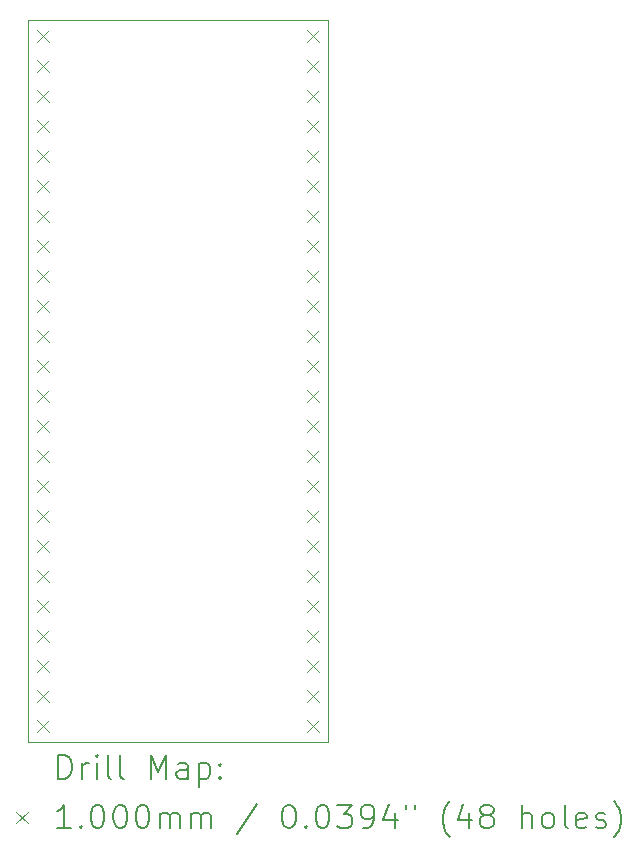
<source format=gbr>
%TF.GenerationSoftware,KiCad,Pcbnew,9.0.6*%
%TF.CreationDate,2026-01-08T14:50:16-06:00*%
%TF.ProjectId,QFP-48_7x7_P0.5,5146502d-3438-45f3-9778-375f50302e35,rev?*%
%TF.SameCoordinates,Original*%
%TF.FileFunction,Drillmap*%
%TF.FilePolarity,Positive*%
%FSLAX45Y45*%
G04 Gerber Fmt 4.5, Leading zero omitted, Abs format (unit mm)*
G04 Created by KiCad (PCBNEW 9.0.6) date 2026-01-08 14:50:16*
%MOMM*%
%LPD*%
G01*
G04 APERTURE LIST*
%ADD10C,0.050000*%
%ADD11C,0.200000*%
%ADD12C,0.100000*%
G04 APERTURE END LIST*
D10*
X12573000Y-9004300D02*
X15113000Y-9004300D01*
X15113000Y-15113000D01*
X12573000Y-15113000D01*
X12573000Y-9004300D01*
D11*
D12*
X12650000Y-9089214D02*
X12750000Y-9189214D01*
X12750000Y-9089214D02*
X12650000Y-9189214D01*
X12650000Y-9343214D02*
X12750000Y-9443214D01*
X12750000Y-9343214D02*
X12650000Y-9443214D01*
X12650000Y-9597214D02*
X12750000Y-9697214D01*
X12750000Y-9597214D02*
X12650000Y-9697214D01*
X12650000Y-9851214D02*
X12750000Y-9951214D01*
X12750000Y-9851214D02*
X12650000Y-9951214D01*
X12650000Y-10105214D02*
X12750000Y-10205214D01*
X12750000Y-10105214D02*
X12650000Y-10205214D01*
X12650000Y-10359214D02*
X12750000Y-10459214D01*
X12750000Y-10359214D02*
X12650000Y-10459214D01*
X12650000Y-10613214D02*
X12750000Y-10713214D01*
X12750000Y-10613214D02*
X12650000Y-10713214D01*
X12650000Y-10867214D02*
X12750000Y-10967214D01*
X12750000Y-10867214D02*
X12650000Y-10967214D01*
X12650000Y-11121214D02*
X12750000Y-11221214D01*
X12750000Y-11121214D02*
X12650000Y-11221214D01*
X12650000Y-11375214D02*
X12750000Y-11475214D01*
X12750000Y-11375214D02*
X12650000Y-11475214D01*
X12650000Y-11629214D02*
X12750000Y-11729214D01*
X12750000Y-11629214D02*
X12650000Y-11729214D01*
X12650000Y-11883214D02*
X12750000Y-11983214D01*
X12750000Y-11883214D02*
X12650000Y-11983214D01*
X12650000Y-12137214D02*
X12750000Y-12237214D01*
X12750000Y-12137214D02*
X12650000Y-12237214D01*
X12650000Y-12391214D02*
X12750000Y-12491214D01*
X12750000Y-12391214D02*
X12650000Y-12491214D01*
X12650000Y-12645214D02*
X12750000Y-12745214D01*
X12750000Y-12645214D02*
X12650000Y-12745214D01*
X12650000Y-12899214D02*
X12750000Y-12999214D01*
X12750000Y-12899214D02*
X12650000Y-12999214D01*
X12650000Y-13153214D02*
X12750000Y-13253214D01*
X12750000Y-13153214D02*
X12650000Y-13253214D01*
X12650000Y-13407214D02*
X12750000Y-13507214D01*
X12750000Y-13407214D02*
X12650000Y-13507214D01*
X12650000Y-13661214D02*
X12750000Y-13761214D01*
X12750000Y-13661214D02*
X12650000Y-13761214D01*
X12650000Y-13915214D02*
X12750000Y-14015214D01*
X12750000Y-13915214D02*
X12650000Y-14015214D01*
X12650000Y-14169214D02*
X12750000Y-14269214D01*
X12750000Y-14169214D02*
X12650000Y-14269214D01*
X12650000Y-14423214D02*
X12750000Y-14523214D01*
X12750000Y-14423214D02*
X12650000Y-14523214D01*
X12650000Y-14677214D02*
X12750000Y-14777214D01*
X12750000Y-14677214D02*
X12650000Y-14777214D01*
X12650000Y-14931214D02*
X12750000Y-15031214D01*
X12750000Y-14931214D02*
X12650000Y-15031214D01*
X14936000Y-9089214D02*
X15036000Y-9189214D01*
X15036000Y-9089214D02*
X14936000Y-9189214D01*
X14936000Y-9343214D02*
X15036000Y-9443214D01*
X15036000Y-9343214D02*
X14936000Y-9443214D01*
X14936000Y-9597214D02*
X15036000Y-9697214D01*
X15036000Y-9597214D02*
X14936000Y-9697214D01*
X14936000Y-9851214D02*
X15036000Y-9951214D01*
X15036000Y-9851214D02*
X14936000Y-9951214D01*
X14936000Y-10105214D02*
X15036000Y-10205214D01*
X15036000Y-10105214D02*
X14936000Y-10205214D01*
X14936000Y-10359214D02*
X15036000Y-10459214D01*
X15036000Y-10359214D02*
X14936000Y-10459214D01*
X14936000Y-10613214D02*
X15036000Y-10713214D01*
X15036000Y-10613214D02*
X14936000Y-10713214D01*
X14936000Y-10867214D02*
X15036000Y-10967214D01*
X15036000Y-10867214D02*
X14936000Y-10967214D01*
X14936000Y-11121214D02*
X15036000Y-11221214D01*
X15036000Y-11121214D02*
X14936000Y-11221214D01*
X14936000Y-11375214D02*
X15036000Y-11475214D01*
X15036000Y-11375214D02*
X14936000Y-11475214D01*
X14936000Y-11629214D02*
X15036000Y-11729214D01*
X15036000Y-11629214D02*
X14936000Y-11729214D01*
X14936000Y-11883214D02*
X15036000Y-11983214D01*
X15036000Y-11883214D02*
X14936000Y-11983214D01*
X14936000Y-12137214D02*
X15036000Y-12237214D01*
X15036000Y-12137214D02*
X14936000Y-12237214D01*
X14936000Y-12391214D02*
X15036000Y-12491214D01*
X15036000Y-12391214D02*
X14936000Y-12491214D01*
X14936000Y-12645214D02*
X15036000Y-12745214D01*
X15036000Y-12645214D02*
X14936000Y-12745214D01*
X14936000Y-12899214D02*
X15036000Y-12999214D01*
X15036000Y-12899214D02*
X14936000Y-12999214D01*
X14936000Y-13153214D02*
X15036000Y-13253214D01*
X15036000Y-13153214D02*
X14936000Y-13253214D01*
X14936000Y-13407214D02*
X15036000Y-13507214D01*
X15036000Y-13407214D02*
X14936000Y-13507214D01*
X14936000Y-13661214D02*
X15036000Y-13761214D01*
X15036000Y-13661214D02*
X14936000Y-13761214D01*
X14936000Y-13915214D02*
X15036000Y-14015214D01*
X15036000Y-13915214D02*
X14936000Y-14015214D01*
X14936000Y-14169214D02*
X15036000Y-14269214D01*
X15036000Y-14169214D02*
X14936000Y-14269214D01*
X14936000Y-14423214D02*
X15036000Y-14523214D01*
X15036000Y-14423214D02*
X14936000Y-14523214D01*
X14936000Y-14677214D02*
X15036000Y-14777214D01*
X15036000Y-14677214D02*
X14936000Y-14777214D01*
X14936000Y-14931214D02*
X15036000Y-15031214D01*
X15036000Y-14931214D02*
X14936000Y-15031214D01*
D11*
X12831277Y-15426984D02*
X12831277Y-15226984D01*
X12831277Y-15226984D02*
X12878896Y-15226984D01*
X12878896Y-15226984D02*
X12907467Y-15236508D01*
X12907467Y-15236508D02*
X12926515Y-15255555D01*
X12926515Y-15255555D02*
X12936039Y-15274603D01*
X12936039Y-15274603D02*
X12945562Y-15312698D01*
X12945562Y-15312698D02*
X12945562Y-15341269D01*
X12945562Y-15341269D02*
X12936039Y-15379365D01*
X12936039Y-15379365D02*
X12926515Y-15398412D01*
X12926515Y-15398412D02*
X12907467Y-15417460D01*
X12907467Y-15417460D02*
X12878896Y-15426984D01*
X12878896Y-15426984D02*
X12831277Y-15426984D01*
X13031277Y-15426984D02*
X13031277Y-15293650D01*
X13031277Y-15331746D02*
X13040801Y-15312698D01*
X13040801Y-15312698D02*
X13050324Y-15303174D01*
X13050324Y-15303174D02*
X13069372Y-15293650D01*
X13069372Y-15293650D02*
X13088420Y-15293650D01*
X13155086Y-15426984D02*
X13155086Y-15293650D01*
X13155086Y-15226984D02*
X13145562Y-15236508D01*
X13145562Y-15236508D02*
X13155086Y-15246031D01*
X13155086Y-15246031D02*
X13164610Y-15236508D01*
X13164610Y-15236508D02*
X13155086Y-15226984D01*
X13155086Y-15226984D02*
X13155086Y-15246031D01*
X13278896Y-15426984D02*
X13259848Y-15417460D01*
X13259848Y-15417460D02*
X13250324Y-15398412D01*
X13250324Y-15398412D02*
X13250324Y-15226984D01*
X13383658Y-15426984D02*
X13364610Y-15417460D01*
X13364610Y-15417460D02*
X13355086Y-15398412D01*
X13355086Y-15398412D02*
X13355086Y-15226984D01*
X13612229Y-15426984D02*
X13612229Y-15226984D01*
X13612229Y-15226984D02*
X13678896Y-15369841D01*
X13678896Y-15369841D02*
X13745562Y-15226984D01*
X13745562Y-15226984D02*
X13745562Y-15426984D01*
X13926515Y-15426984D02*
X13926515Y-15322222D01*
X13926515Y-15322222D02*
X13916991Y-15303174D01*
X13916991Y-15303174D02*
X13897943Y-15293650D01*
X13897943Y-15293650D02*
X13859848Y-15293650D01*
X13859848Y-15293650D02*
X13840801Y-15303174D01*
X13926515Y-15417460D02*
X13907467Y-15426984D01*
X13907467Y-15426984D02*
X13859848Y-15426984D01*
X13859848Y-15426984D02*
X13840801Y-15417460D01*
X13840801Y-15417460D02*
X13831277Y-15398412D01*
X13831277Y-15398412D02*
X13831277Y-15379365D01*
X13831277Y-15379365D02*
X13840801Y-15360317D01*
X13840801Y-15360317D02*
X13859848Y-15350793D01*
X13859848Y-15350793D02*
X13907467Y-15350793D01*
X13907467Y-15350793D02*
X13926515Y-15341269D01*
X14021753Y-15293650D02*
X14021753Y-15493650D01*
X14021753Y-15303174D02*
X14040801Y-15293650D01*
X14040801Y-15293650D02*
X14078896Y-15293650D01*
X14078896Y-15293650D02*
X14097943Y-15303174D01*
X14097943Y-15303174D02*
X14107467Y-15312698D01*
X14107467Y-15312698D02*
X14116991Y-15331746D01*
X14116991Y-15331746D02*
X14116991Y-15388888D01*
X14116991Y-15388888D02*
X14107467Y-15407936D01*
X14107467Y-15407936D02*
X14097943Y-15417460D01*
X14097943Y-15417460D02*
X14078896Y-15426984D01*
X14078896Y-15426984D02*
X14040801Y-15426984D01*
X14040801Y-15426984D02*
X14021753Y-15417460D01*
X14202705Y-15407936D02*
X14212229Y-15417460D01*
X14212229Y-15417460D02*
X14202705Y-15426984D01*
X14202705Y-15426984D02*
X14193182Y-15417460D01*
X14193182Y-15417460D02*
X14202705Y-15407936D01*
X14202705Y-15407936D02*
X14202705Y-15426984D01*
X14202705Y-15303174D02*
X14212229Y-15312698D01*
X14212229Y-15312698D02*
X14202705Y-15322222D01*
X14202705Y-15322222D02*
X14193182Y-15312698D01*
X14193182Y-15312698D02*
X14202705Y-15303174D01*
X14202705Y-15303174D02*
X14202705Y-15322222D01*
D12*
X12470500Y-15705500D02*
X12570500Y-15805500D01*
X12570500Y-15705500D02*
X12470500Y-15805500D01*
D11*
X12936039Y-15846984D02*
X12821753Y-15846984D01*
X12878896Y-15846984D02*
X12878896Y-15646984D01*
X12878896Y-15646984D02*
X12859848Y-15675555D01*
X12859848Y-15675555D02*
X12840801Y-15694603D01*
X12840801Y-15694603D02*
X12821753Y-15704127D01*
X13021753Y-15827936D02*
X13031277Y-15837460D01*
X13031277Y-15837460D02*
X13021753Y-15846984D01*
X13021753Y-15846984D02*
X13012229Y-15837460D01*
X13012229Y-15837460D02*
X13021753Y-15827936D01*
X13021753Y-15827936D02*
X13021753Y-15846984D01*
X13155086Y-15646984D02*
X13174134Y-15646984D01*
X13174134Y-15646984D02*
X13193182Y-15656508D01*
X13193182Y-15656508D02*
X13202705Y-15666031D01*
X13202705Y-15666031D02*
X13212229Y-15685079D01*
X13212229Y-15685079D02*
X13221753Y-15723174D01*
X13221753Y-15723174D02*
X13221753Y-15770793D01*
X13221753Y-15770793D02*
X13212229Y-15808888D01*
X13212229Y-15808888D02*
X13202705Y-15827936D01*
X13202705Y-15827936D02*
X13193182Y-15837460D01*
X13193182Y-15837460D02*
X13174134Y-15846984D01*
X13174134Y-15846984D02*
X13155086Y-15846984D01*
X13155086Y-15846984D02*
X13136039Y-15837460D01*
X13136039Y-15837460D02*
X13126515Y-15827936D01*
X13126515Y-15827936D02*
X13116991Y-15808888D01*
X13116991Y-15808888D02*
X13107467Y-15770793D01*
X13107467Y-15770793D02*
X13107467Y-15723174D01*
X13107467Y-15723174D02*
X13116991Y-15685079D01*
X13116991Y-15685079D02*
X13126515Y-15666031D01*
X13126515Y-15666031D02*
X13136039Y-15656508D01*
X13136039Y-15656508D02*
X13155086Y-15646984D01*
X13345562Y-15646984D02*
X13364610Y-15646984D01*
X13364610Y-15646984D02*
X13383658Y-15656508D01*
X13383658Y-15656508D02*
X13393182Y-15666031D01*
X13393182Y-15666031D02*
X13402705Y-15685079D01*
X13402705Y-15685079D02*
X13412229Y-15723174D01*
X13412229Y-15723174D02*
X13412229Y-15770793D01*
X13412229Y-15770793D02*
X13402705Y-15808888D01*
X13402705Y-15808888D02*
X13393182Y-15827936D01*
X13393182Y-15827936D02*
X13383658Y-15837460D01*
X13383658Y-15837460D02*
X13364610Y-15846984D01*
X13364610Y-15846984D02*
X13345562Y-15846984D01*
X13345562Y-15846984D02*
X13326515Y-15837460D01*
X13326515Y-15837460D02*
X13316991Y-15827936D01*
X13316991Y-15827936D02*
X13307467Y-15808888D01*
X13307467Y-15808888D02*
X13297943Y-15770793D01*
X13297943Y-15770793D02*
X13297943Y-15723174D01*
X13297943Y-15723174D02*
X13307467Y-15685079D01*
X13307467Y-15685079D02*
X13316991Y-15666031D01*
X13316991Y-15666031D02*
X13326515Y-15656508D01*
X13326515Y-15656508D02*
X13345562Y-15646984D01*
X13536039Y-15646984D02*
X13555086Y-15646984D01*
X13555086Y-15646984D02*
X13574134Y-15656508D01*
X13574134Y-15656508D02*
X13583658Y-15666031D01*
X13583658Y-15666031D02*
X13593182Y-15685079D01*
X13593182Y-15685079D02*
X13602705Y-15723174D01*
X13602705Y-15723174D02*
X13602705Y-15770793D01*
X13602705Y-15770793D02*
X13593182Y-15808888D01*
X13593182Y-15808888D02*
X13583658Y-15827936D01*
X13583658Y-15827936D02*
X13574134Y-15837460D01*
X13574134Y-15837460D02*
X13555086Y-15846984D01*
X13555086Y-15846984D02*
X13536039Y-15846984D01*
X13536039Y-15846984D02*
X13516991Y-15837460D01*
X13516991Y-15837460D02*
X13507467Y-15827936D01*
X13507467Y-15827936D02*
X13497943Y-15808888D01*
X13497943Y-15808888D02*
X13488420Y-15770793D01*
X13488420Y-15770793D02*
X13488420Y-15723174D01*
X13488420Y-15723174D02*
X13497943Y-15685079D01*
X13497943Y-15685079D02*
X13507467Y-15666031D01*
X13507467Y-15666031D02*
X13516991Y-15656508D01*
X13516991Y-15656508D02*
X13536039Y-15646984D01*
X13688420Y-15846984D02*
X13688420Y-15713650D01*
X13688420Y-15732698D02*
X13697943Y-15723174D01*
X13697943Y-15723174D02*
X13716991Y-15713650D01*
X13716991Y-15713650D02*
X13745563Y-15713650D01*
X13745563Y-15713650D02*
X13764610Y-15723174D01*
X13764610Y-15723174D02*
X13774134Y-15742222D01*
X13774134Y-15742222D02*
X13774134Y-15846984D01*
X13774134Y-15742222D02*
X13783658Y-15723174D01*
X13783658Y-15723174D02*
X13802705Y-15713650D01*
X13802705Y-15713650D02*
X13831277Y-15713650D01*
X13831277Y-15713650D02*
X13850324Y-15723174D01*
X13850324Y-15723174D02*
X13859848Y-15742222D01*
X13859848Y-15742222D02*
X13859848Y-15846984D01*
X13955086Y-15846984D02*
X13955086Y-15713650D01*
X13955086Y-15732698D02*
X13964610Y-15723174D01*
X13964610Y-15723174D02*
X13983658Y-15713650D01*
X13983658Y-15713650D02*
X14012229Y-15713650D01*
X14012229Y-15713650D02*
X14031277Y-15723174D01*
X14031277Y-15723174D02*
X14040801Y-15742222D01*
X14040801Y-15742222D02*
X14040801Y-15846984D01*
X14040801Y-15742222D02*
X14050324Y-15723174D01*
X14050324Y-15723174D02*
X14069372Y-15713650D01*
X14069372Y-15713650D02*
X14097943Y-15713650D01*
X14097943Y-15713650D02*
X14116991Y-15723174D01*
X14116991Y-15723174D02*
X14126515Y-15742222D01*
X14126515Y-15742222D02*
X14126515Y-15846984D01*
X14516991Y-15637460D02*
X14345563Y-15894603D01*
X14774134Y-15646984D02*
X14793182Y-15646984D01*
X14793182Y-15646984D02*
X14812229Y-15656508D01*
X14812229Y-15656508D02*
X14821753Y-15666031D01*
X14821753Y-15666031D02*
X14831277Y-15685079D01*
X14831277Y-15685079D02*
X14840801Y-15723174D01*
X14840801Y-15723174D02*
X14840801Y-15770793D01*
X14840801Y-15770793D02*
X14831277Y-15808888D01*
X14831277Y-15808888D02*
X14821753Y-15827936D01*
X14821753Y-15827936D02*
X14812229Y-15837460D01*
X14812229Y-15837460D02*
X14793182Y-15846984D01*
X14793182Y-15846984D02*
X14774134Y-15846984D01*
X14774134Y-15846984D02*
X14755086Y-15837460D01*
X14755086Y-15837460D02*
X14745563Y-15827936D01*
X14745563Y-15827936D02*
X14736039Y-15808888D01*
X14736039Y-15808888D02*
X14726515Y-15770793D01*
X14726515Y-15770793D02*
X14726515Y-15723174D01*
X14726515Y-15723174D02*
X14736039Y-15685079D01*
X14736039Y-15685079D02*
X14745563Y-15666031D01*
X14745563Y-15666031D02*
X14755086Y-15656508D01*
X14755086Y-15656508D02*
X14774134Y-15646984D01*
X14926515Y-15827936D02*
X14936039Y-15837460D01*
X14936039Y-15837460D02*
X14926515Y-15846984D01*
X14926515Y-15846984D02*
X14916991Y-15837460D01*
X14916991Y-15837460D02*
X14926515Y-15827936D01*
X14926515Y-15827936D02*
X14926515Y-15846984D01*
X15059848Y-15646984D02*
X15078896Y-15646984D01*
X15078896Y-15646984D02*
X15097944Y-15656508D01*
X15097944Y-15656508D02*
X15107467Y-15666031D01*
X15107467Y-15666031D02*
X15116991Y-15685079D01*
X15116991Y-15685079D02*
X15126515Y-15723174D01*
X15126515Y-15723174D02*
X15126515Y-15770793D01*
X15126515Y-15770793D02*
X15116991Y-15808888D01*
X15116991Y-15808888D02*
X15107467Y-15827936D01*
X15107467Y-15827936D02*
X15097944Y-15837460D01*
X15097944Y-15837460D02*
X15078896Y-15846984D01*
X15078896Y-15846984D02*
X15059848Y-15846984D01*
X15059848Y-15846984D02*
X15040801Y-15837460D01*
X15040801Y-15837460D02*
X15031277Y-15827936D01*
X15031277Y-15827936D02*
X15021753Y-15808888D01*
X15021753Y-15808888D02*
X15012229Y-15770793D01*
X15012229Y-15770793D02*
X15012229Y-15723174D01*
X15012229Y-15723174D02*
X15021753Y-15685079D01*
X15021753Y-15685079D02*
X15031277Y-15666031D01*
X15031277Y-15666031D02*
X15040801Y-15656508D01*
X15040801Y-15656508D02*
X15059848Y-15646984D01*
X15193182Y-15646984D02*
X15316991Y-15646984D01*
X15316991Y-15646984D02*
X15250325Y-15723174D01*
X15250325Y-15723174D02*
X15278896Y-15723174D01*
X15278896Y-15723174D02*
X15297944Y-15732698D01*
X15297944Y-15732698D02*
X15307467Y-15742222D01*
X15307467Y-15742222D02*
X15316991Y-15761269D01*
X15316991Y-15761269D02*
X15316991Y-15808888D01*
X15316991Y-15808888D02*
X15307467Y-15827936D01*
X15307467Y-15827936D02*
X15297944Y-15837460D01*
X15297944Y-15837460D02*
X15278896Y-15846984D01*
X15278896Y-15846984D02*
X15221753Y-15846984D01*
X15221753Y-15846984D02*
X15202706Y-15837460D01*
X15202706Y-15837460D02*
X15193182Y-15827936D01*
X15412229Y-15846984D02*
X15450325Y-15846984D01*
X15450325Y-15846984D02*
X15469372Y-15837460D01*
X15469372Y-15837460D02*
X15478896Y-15827936D01*
X15478896Y-15827936D02*
X15497944Y-15799365D01*
X15497944Y-15799365D02*
X15507467Y-15761269D01*
X15507467Y-15761269D02*
X15507467Y-15685079D01*
X15507467Y-15685079D02*
X15497944Y-15666031D01*
X15497944Y-15666031D02*
X15488420Y-15656508D01*
X15488420Y-15656508D02*
X15469372Y-15646984D01*
X15469372Y-15646984D02*
X15431277Y-15646984D01*
X15431277Y-15646984D02*
X15412229Y-15656508D01*
X15412229Y-15656508D02*
X15402706Y-15666031D01*
X15402706Y-15666031D02*
X15393182Y-15685079D01*
X15393182Y-15685079D02*
X15393182Y-15732698D01*
X15393182Y-15732698D02*
X15402706Y-15751746D01*
X15402706Y-15751746D02*
X15412229Y-15761269D01*
X15412229Y-15761269D02*
X15431277Y-15770793D01*
X15431277Y-15770793D02*
X15469372Y-15770793D01*
X15469372Y-15770793D02*
X15488420Y-15761269D01*
X15488420Y-15761269D02*
X15497944Y-15751746D01*
X15497944Y-15751746D02*
X15507467Y-15732698D01*
X15678896Y-15713650D02*
X15678896Y-15846984D01*
X15631277Y-15637460D02*
X15583658Y-15780317D01*
X15583658Y-15780317D02*
X15707467Y-15780317D01*
X15774134Y-15646984D02*
X15774134Y-15685079D01*
X15850325Y-15646984D02*
X15850325Y-15685079D01*
X16145563Y-15923174D02*
X16136039Y-15913650D01*
X16136039Y-15913650D02*
X16116991Y-15885079D01*
X16116991Y-15885079D02*
X16107468Y-15866031D01*
X16107468Y-15866031D02*
X16097944Y-15837460D01*
X16097944Y-15837460D02*
X16088420Y-15789841D01*
X16088420Y-15789841D02*
X16088420Y-15751746D01*
X16088420Y-15751746D02*
X16097944Y-15704127D01*
X16097944Y-15704127D02*
X16107468Y-15675555D01*
X16107468Y-15675555D02*
X16116991Y-15656508D01*
X16116991Y-15656508D02*
X16136039Y-15627936D01*
X16136039Y-15627936D02*
X16145563Y-15618412D01*
X16307468Y-15713650D02*
X16307468Y-15846984D01*
X16259848Y-15637460D02*
X16212229Y-15780317D01*
X16212229Y-15780317D02*
X16336039Y-15780317D01*
X16440801Y-15732698D02*
X16421753Y-15723174D01*
X16421753Y-15723174D02*
X16412229Y-15713650D01*
X16412229Y-15713650D02*
X16402706Y-15694603D01*
X16402706Y-15694603D02*
X16402706Y-15685079D01*
X16402706Y-15685079D02*
X16412229Y-15666031D01*
X16412229Y-15666031D02*
X16421753Y-15656508D01*
X16421753Y-15656508D02*
X16440801Y-15646984D01*
X16440801Y-15646984D02*
X16478896Y-15646984D01*
X16478896Y-15646984D02*
X16497944Y-15656508D01*
X16497944Y-15656508D02*
X16507468Y-15666031D01*
X16507468Y-15666031D02*
X16516991Y-15685079D01*
X16516991Y-15685079D02*
X16516991Y-15694603D01*
X16516991Y-15694603D02*
X16507468Y-15713650D01*
X16507468Y-15713650D02*
X16497944Y-15723174D01*
X16497944Y-15723174D02*
X16478896Y-15732698D01*
X16478896Y-15732698D02*
X16440801Y-15732698D01*
X16440801Y-15732698D02*
X16421753Y-15742222D01*
X16421753Y-15742222D02*
X16412229Y-15751746D01*
X16412229Y-15751746D02*
X16402706Y-15770793D01*
X16402706Y-15770793D02*
X16402706Y-15808888D01*
X16402706Y-15808888D02*
X16412229Y-15827936D01*
X16412229Y-15827936D02*
X16421753Y-15837460D01*
X16421753Y-15837460D02*
X16440801Y-15846984D01*
X16440801Y-15846984D02*
X16478896Y-15846984D01*
X16478896Y-15846984D02*
X16497944Y-15837460D01*
X16497944Y-15837460D02*
X16507468Y-15827936D01*
X16507468Y-15827936D02*
X16516991Y-15808888D01*
X16516991Y-15808888D02*
X16516991Y-15770793D01*
X16516991Y-15770793D02*
X16507468Y-15751746D01*
X16507468Y-15751746D02*
X16497944Y-15742222D01*
X16497944Y-15742222D02*
X16478896Y-15732698D01*
X16755087Y-15846984D02*
X16755087Y-15646984D01*
X16840801Y-15846984D02*
X16840801Y-15742222D01*
X16840801Y-15742222D02*
X16831277Y-15723174D01*
X16831277Y-15723174D02*
X16812230Y-15713650D01*
X16812230Y-15713650D02*
X16783658Y-15713650D01*
X16783658Y-15713650D02*
X16764610Y-15723174D01*
X16764610Y-15723174D02*
X16755087Y-15732698D01*
X16964611Y-15846984D02*
X16945563Y-15837460D01*
X16945563Y-15837460D02*
X16936039Y-15827936D01*
X16936039Y-15827936D02*
X16926515Y-15808888D01*
X16926515Y-15808888D02*
X16926515Y-15751746D01*
X16926515Y-15751746D02*
X16936039Y-15732698D01*
X16936039Y-15732698D02*
X16945563Y-15723174D01*
X16945563Y-15723174D02*
X16964611Y-15713650D01*
X16964611Y-15713650D02*
X16993182Y-15713650D01*
X16993182Y-15713650D02*
X17012230Y-15723174D01*
X17012230Y-15723174D02*
X17021753Y-15732698D01*
X17021753Y-15732698D02*
X17031277Y-15751746D01*
X17031277Y-15751746D02*
X17031277Y-15808888D01*
X17031277Y-15808888D02*
X17021753Y-15827936D01*
X17021753Y-15827936D02*
X17012230Y-15837460D01*
X17012230Y-15837460D02*
X16993182Y-15846984D01*
X16993182Y-15846984D02*
X16964611Y-15846984D01*
X17145563Y-15846984D02*
X17126515Y-15837460D01*
X17126515Y-15837460D02*
X17116992Y-15818412D01*
X17116992Y-15818412D02*
X17116992Y-15646984D01*
X17297944Y-15837460D02*
X17278896Y-15846984D01*
X17278896Y-15846984D02*
X17240801Y-15846984D01*
X17240801Y-15846984D02*
X17221753Y-15837460D01*
X17221753Y-15837460D02*
X17212230Y-15818412D01*
X17212230Y-15818412D02*
X17212230Y-15742222D01*
X17212230Y-15742222D02*
X17221753Y-15723174D01*
X17221753Y-15723174D02*
X17240801Y-15713650D01*
X17240801Y-15713650D02*
X17278896Y-15713650D01*
X17278896Y-15713650D02*
X17297944Y-15723174D01*
X17297944Y-15723174D02*
X17307468Y-15742222D01*
X17307468Y-15742222D02*
X17307468Y-15761269D01*
X17307468Y-15761269D02*
X17212230Y-15780317D01*
X17383658Y-15837460D02*
X17402706Y-15846984D01*
X17402706Y-15846984D02*
X17440801Y-15846984D01*
X17440801Y-15846984D02*
X17459849Y-15837460D01*
X17459849Y-15837460D02*
X17469373Y-15818412D01*
X17469373Y-15818412D02*
X17469373Y-15808888D01*
X17469373Y-15808888D02*
X17459849Y-15789841D01*
X17459849Y-15789841D02*
X17440801Y-15780317D01*
X17440801Y-15780317D02*
X17412230Y-15780317D01*
X17412230Y-15780317D02*
X17393182Y-15770793D01*
X17393182Y-15770793D02*
X17383658Y-15751746D01*
X17383658Y-15751746D02*
X17383658Y-15742222D01*
X17383658Y-15742222D02*
X17393182Y-15723174D01*
X17393182Y-15723174D02*
X17412230Y-15713650D01*
X17412230Y-15713650D02*
X17440801Y-15713650D01*
X17440801Y-15713650D02*
X17459849Y-15723174D01*
X17536039Y-15923174D02*
X17545563Y-15913650D01*
X17545563Y-15913650D02*
X17564611Y-15885079D01*
X17564611Y-15885079D02*
X17574134Y-15866031D01*
X17574134Y-15866031D02*
X17583658Y-15837460D01*
X17583658Y-15837460D02*
X17593182Y-15789841D01*
X17593182Y-15789841D02*
X17593182Y-15751746D01*
X17593182Y-15751746D02*
X17583658Y-15704127D01*
X17583658Y-15704127D02*
X17574134Y-15675555D01*
X17574134Y-15675555D02*
X17564611Y-15656508D01*
X17564611Y-15656508D02*
X17545563Y-15627936D01*
X17545563Y-15627936D02*
X17536039Y-15618412D01*
M02*

</source>
